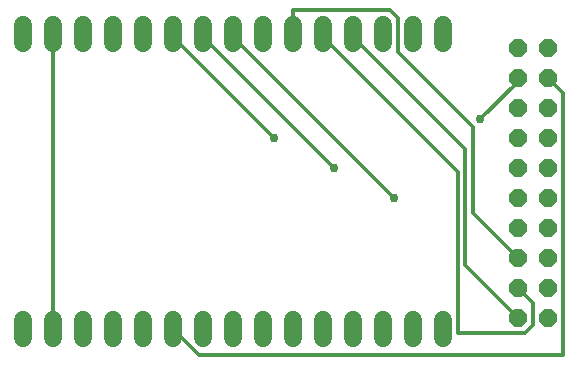
<source format=gbr>
G04 EAGLE Gerber RS-274X export*
G75*
%MOMM*%
%FSLAX34Y34*%
%LPD*%
%INTop Copper*%
%IPPOS*%
%AMOC8*
5,1,8,0,0,1.08239X$1,22.5*%
G01*
%ADD10P,1.649562X8X292.500000*%
%ADD11C,1.524000*%
%ADD12C,0.304800*%
%ADD13C,0.756400*%


D10*
X470400Y276000D03*
X495800Y276000D03*
X470400Y250600D03*
X495800Y250600D03*
X470400Y225200D03*
X495800Y225200D03*
X470400Y199800D03*
X495800Y199800D03*
X470400Y174400D03*
X495800Y174400D03*
X470400Y149000D03*
X495800Y149000D03*
X470400Y123600D03*
X495800Y123600D03*
X470400Y98200D03*
X495800Y98200D03*
X470400Y72800D03*
X495800Y72800D03*
X470400Y47400D03*
X495800Y47400D03*
D11*
X50800Y280480D02*
X50800Y295720D01*
X76200Y295720D02*
X76200Y280480D01*
X101600Y280480D02*
X101600Y295720D01*
X127000Y295720D02*
X127000Y280480D01*
X152400Y280480D02*
X152400Y295720D01*
X177800Y295720D02*
X177800Y280480D01*
X203200Y280480D02*
X203200Y295720D01*
X228600Y295720D02*
X228600Y280480D01*
X254000Y280480D02*
X254000Y295720D01*
X279400Y295720D02*
X279400Y280480D01*
X304800Y280480D02*
X304800Y295720D01*
X330200Y295720D02*
X330200Y280480D01*
X355600Y280480D02*
X355600Y295720D01*
X381000Y295720D02*
X381000Y280480D01*
X406400Y280480D02*
X406400Y295720D01*
X50800Y45720D02*
X50800Y30480D01*
X76200Y30480D02*
X76200Y45720D01*
X101600Y45720D02*
X101600Y30480D01*
X127000Y30480D02*
X127000Y45720D01*
X152400Y45720D02*
X152400Y30480D01*
X177800Y30480D02*
X177800Y45720D01*
X203200Y45720D02*
X203200Y30480D01*
X228600Y30480D02*
X228600Y45720D01*
X254000Y45720D02*
X254000Y30480D01*
X279400Y30480D02*
X279400Y45720D01*
X304800Y45720D02*
X304800Y30480D01*
X330200Y30480D02*
X330200Y45720D01*
X355600Y45720D02*
X355600Y30480D01*
X381000Y30480D02*
X381000Y45720D01*
X406400Y45720D02*
X406400Y30480D01*
D12*
X200025Y15875D02*
X177800Y38100D01*
X200025Y15875D02*
X508000Y15875D01*
X508000Y238125D01*
X498475Y247650D01*
X495800Y250600D01*
X76200Y288100D02*
X76200Y38100D01*
X438150Y215900D02*
X469900Y247650D01*
X470400Y250600D01*
D13*
X438150Y215900D03*
D12*
X263525Y200025D02*
X177800Y285750D01*
X177800Y288100D01*
D13*
X263525Y200025D03*
D12*
X314325Y174625D02*
X203200Y285750D01*
X203200Y288100D01*
D13*
X314325Y174625D03*
D12*
X365125Y149225D02*
X228600Y285750D01*
X228600Y288100D01*
D13*
X365125Y149225D03*
D12*
X431800Y136525D02*
X469900Y98425D01*
X431800Y136525D02*
X431800Y209550D01*
X368300Y273050D01*
X368300Y301625D01*
X361950Y307975D01*
X279400Y307975D01*
X279400Y288100D01*
X469900Y98425D02*
X470400Y98200D01*
X473075Y69850D02*
X482600Y60325D01*
X482600Y41275D01*
X476250Y34925D01*
X419100Y34925D01*
X419100Y171450D01*
X304800Y285750D01*
X470400Y72800D02*
X473075Y69850D01*
X304800Y285750D02*
X304800Y288100D01*
X425450Y92075D02*
X469900Y47625D01*
X425450Y92075D02*
X425450Y190500D01*
X330200Y285750D01*
X469900Y47625D02*
X470400Y47400D01*
X330200Y285750D02*
X330200Y288100D01*
M02*

</source>
